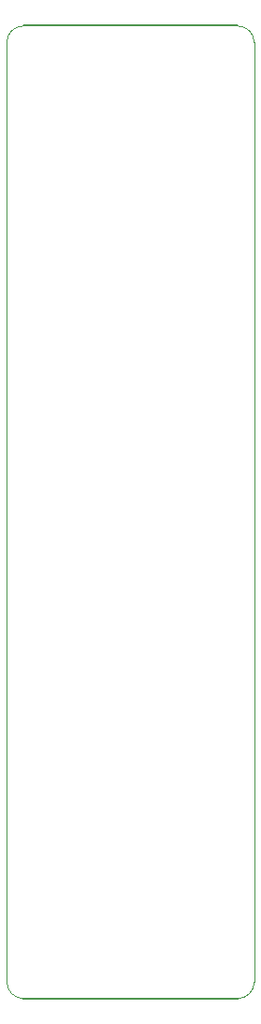
<source format=gbr>
G04 #@! TF.GenerationSoftware,KiCad,Pcbnew,5.0.2-bee76a0~70~ubuntu16.04.1*
G04 #@! TF.CreationDate,2019-09-24T08:49:17-06:00*
G04 #@! TF.ProjectId,soil_sensor_kicad_tht,736f696c-5f73-4656-9e73-6f725f6b6963,rev?*
G04 #@! TF.SameCoordinates,Original*
G04 #@! TF.FileFunction,Profile,NP*
%FSLAX46Y46*%
G04 Gerber Fmt 4.6, Leading zero omitted, Abs format (unit mm)*
G04 Created by KiCad (PCBNEW 5.0.2-bee76a0~70~ubuntu16.04.1) date Tue 24 Sep 2019 08:49:17 AM MDT*
%MOMM*%
%LPD*%
G01*
G04 APERTURE LIST*
%ADD10C,0.200000*%
%ADD11C,0.100000*%
G04 APERTURE END LIST*
D10*
X80010000Y-58420000D02*
X99441000Y-58420000D01*
D11*
X99465000Y-58444000D02*
G75*
G02X100965000Y-59944000I0J-1500000D01*
G01*
X78486000Y-59944000D02*
G75*
G02X79986000Y-58444000I1500000J0D01*
G01*
X78500000Y-145000000D02*
X78486000Y-59944000D01*
X100965000Y-145034000D02*
X100965000Y-59944000D01*
X80000000Y-146500000D02*
G75*
G02X78500000Y-145000000I0J1500000D01*
G01*
X100965000Y-145000000D02*
G75*
G02X99465000Y-146500000I-1500000J0D01*
G01*
D10*
X80000000Y-146500000D02*
X99500000Y-146500000D01*
M02*

</source>
